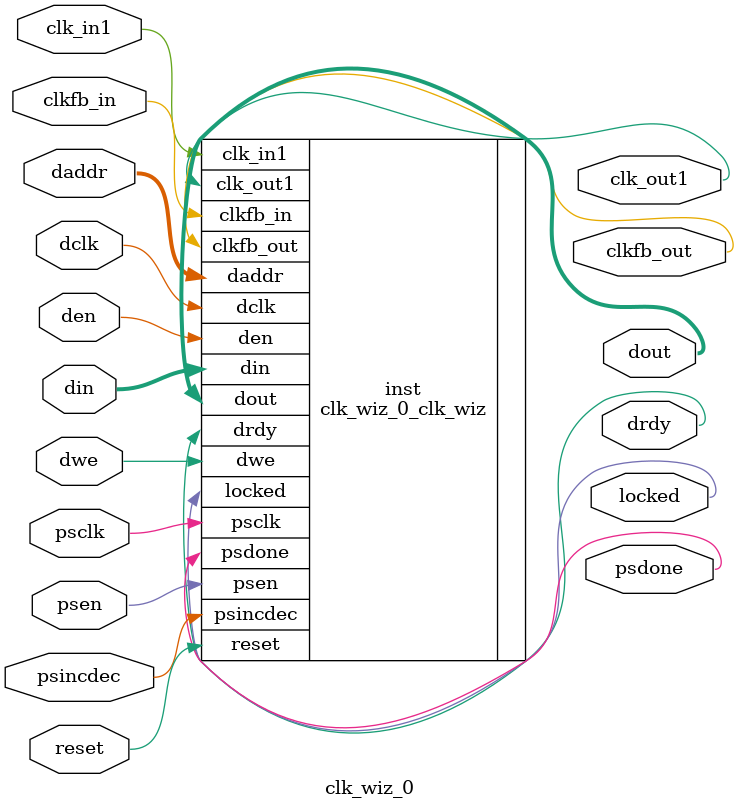
<source format=v>


`timescale 1ps/1ps

(* CORE_GENERATION_INFO = "clk_wiz_0,clk_wiz_v6_0_6_0_0,{component_name=clk_wiz_0,use_phase_alignment=true,use_min_o_jitter=false,use_max_i_jitter=false,use_dyn_phase_shift=true,use_inclk_switchover=false,use_dyn_reconfig=true,enable_axi=0,feedback_source=FDBK_ONCHIP,PRIMITIVE=MMCM,num_out_clk=1,clkin1_period=100.000,clkin2_period=10.0,use_power_down=false,use_reset=true,use_locked=true,use_inclk_stopped=false,feedback_type=SINGLE,CLOCK_MGR_TYPE=NA,manual_override=false}" *)

module clk_wiz_0 
 (
  input         clkfb_in,
  // Clock out ports
  output        clk_out1,
  output        clkfb_out,
  // Dynamic reconfiguration ports
  input   [6:0] daddr,
  input         dclk,
  input         den,
  input  [15:0] din,
  output [15:0] dout,
  output        drdy,
  input         dwe,
  // Dynamic phase shift ports
  input         psclk,
  input         psen,
  input         psincdec,
  output        psdone,
  // Status and control signals
  input         reset,
  output        locked,
 // Clock in ports
  input         clk_in1
 );

  clk_wiz_0_clk_wiz inst
  (
  .clkfb_in(clkfb_in),
  // Clock out ports  
  .clk_out1(clk_out1),
  .clkfb_out(clkfb_out),
  // Dynamic reconfiguration ports            
  .daddr(daddr),
  .dclk(dclk),
  .den(den),
  .din(din),
  .dout(dout),
  .drdy(drdy),
  .dwe(dwe),
  // Dynamic phase shift ports                
  .psclk(psclk),
  .psen(psen),
  .psincdec(psincdec),
  .psdone(psdone),
  // Status and control signals               
  .reset(reset), 
  .locked(locked),
 // Clock in ports
  .clk_in1(clk_in1)
  );

endmodule

</source>
